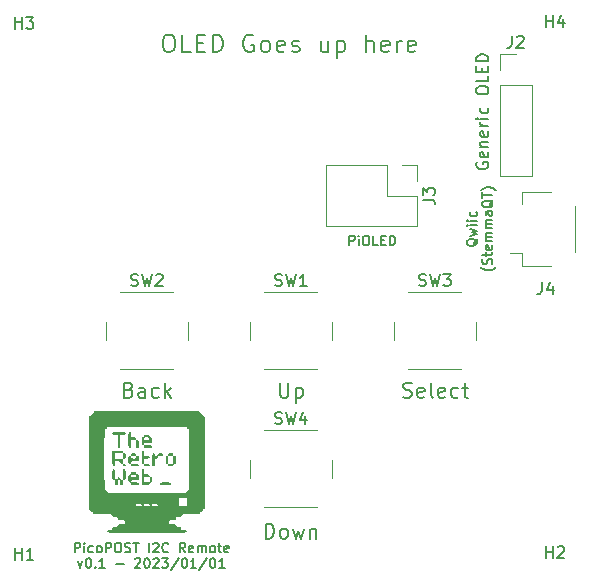
<source format=gbr>
%TF.GenerationSoftware,KiCad,Pcbnew,(6.0.5)*%
%TF.CreationDate,2023-01-02T12:27:37-06:00*%
%TF.ProjectId,remote,72656d6f-7465-42e6-9b69-6361645f7063,rev?*%
%TF.SameCoordinates,Original*%
%TF.FileFunction,Legend,Top*%
%TF.FilePolarity,Positive*%
%FSLAX46Y46*%
G04 Gerber Fmt 4.6, Leading zero omitted, Abs format (unit mm)*
G04 Created by KiCad (PCBNEW (6.0.5)) date 2023-01-02 12:27:37*
%MOMM*%
%LPD*%
G01*
G04 APERTURE LIST*
%ADD10C,0.152400*%
%ADD11C,0.200000*%
%ADD12C,0.150000*%
%ADD13C,0.300000*%
%ADD14C,0.120000*%
G04 APERTURE END LIST*
D10*
X130144761Y-57009695D02*
X130144761Y-56196895D01*
X130454400Y-56196895D01*
X130531809Y-56235600D01*
X130570514Y-56274304D01*
X130609219Y-56351714D01*
X130609219Y-56467828D01*
X130570514Y-56545238D01*
X130531809Y-56583942D01*
X130454400Y-56622647D01*
X130144761Y-56622647D01*
X130957561Y-57009695D02*
X130957561Y-56467828D01*
X130957561Y-56196895D02*
X130918857Y-56235600D01*
X130957561Y-56274304D01*
X130996266Y-56235600D01*
X130957561Y-56196895D01*
X130957561Y-56274304D01*
X131499428Y-56196895D02*
X131654247Y-56196895D01*
X131731657Y-56235600D01*
X131809066Y-56313009D01*
X131847771Y-56467828D01*
X131847771Y-56738761D01*
X131809066Y-56893580D01*
X131731657Y-56970990D01*
X131654247Y-57009695D01*
X131499428Y-57009695D01*
X131422019Y-56970990D01*
X131344609Y-56893580D01*
X131305904Y-56738761D01*
X131305904Y-56467828D01*
X131344609Y-56313009D01*
X131422019Y-56235600D01*
X131499428Y-56196895D01*
X132583161Y-57009695D02*
X132196114Y-57009695D01*
X132196114Y-56196895D01*
X132854095Y-56583942D02*
X133125028Y-56583942D01*
X133241142Y-57009695D02*
X132854095Y-57009695D01*
X132854095Y-56196895D01*
X133241142Y-56196895D01*
X133589485Y-57009695D02*
X133589485Y-56196895D01*
X133783009Y-56196895D01*
X133899123Y-56235600D01*
X133976533Y-56313009D01*
X134015238Y-56390419D01*
X134053942Y-56545238D01*
X134053942Y-56661352D01*
X134015238Y-56816171D01*
X133976533Y-56893580D01*
X133899123Y-56970990D01*
X133783009Y-57009695D01*
X133589485Y-57009695D01*
D11*
X114737857Y-39183571D02*
X115023571Y-39183571D01*
X115166428Y-39255000D01*
X115309285Y-39397857D01*
X115380714Y-39683571D01*
X115380714Y-40183571D01*
X115309285Y-40469285D01*
X115166428Y-40612142D01*
X115023571Y-40683571D01*
X114737857Y-40683571D01*
X114595000Y-40612142D01*
X114452142Y-40469285D01*
X114380714Y-40183571D01*
X114380714Y-39683571D01*
X114452142Y-39397857D01*
X114595000Y-39255000D01*
X114737857Y-39183571D01*
X116737857Y-40683571D02*
X116023571Y-40683571D01*
X116023571Y-39183571D01*
X117237857Y-39897857D02*
X117737857Y-39897857D01*
X117952142Y-40683571D02*
X117237857Y-40683571D01*
X117237857Y-39183571D01*
X117952142Y-39183571D01*
X118595000Y-40683571D02*
X118595000Y-39183571D01*
X118952142Y-39183571D01*
X119166428Y-39255000D01*
X119309285Y-39397857D01*
X119380714Y-39540714D01*
X119452142Y-39826428D01*
X119452142Y-40040714D01*
X119380714Y-40326428D01*
X119309285Y-40469285D01*
X119166428Y-40612142D01*
X118952142Y-40683571D01*
X118595000Y-40683571D01*
X122023571Y-39255000D02*
X121880714Y-39183571D01*
X121666428Y-39183571D01*
X121452142Y-39255000D01*
X121309285Y-39397857D01*
X121237857Y-39540714D01*
X121166428Y-39826428D01*
X121166428Y-40040714D01*
X121237857Y-40326428D01*
X121309285Y-40469285D01*
X121452142Y-40612142D01*
X121666428Y-40683571D01*
X121809285Y-40683571D01*
X122023571Y-40612142D01*
X122095000Y-40540714D01*
X122095000Y-40040714D01*
X121809285Y-40040714D01*
X122952142Y-40683571D02*
X122809285Y-40612142D01*
X122737857Y-40540714D01*
X122666428Y-40397857D01*
X122666428Y-39969285D01*
X122737857Y-39826428D01*
X122809285Y-39755000D01*
X122952142Y-39683571D01*
X123166428Y-39683571D01*
X123309285Y-39755000D01*
X123380714Y-39826428D01*
X123452142Y-39969285D01*
X123452142Y-40397857D01*
X123380714Y-40540714D01*
X123309285Y-40612142D01*
X123166428Y-40683571D01*
X122952142Y-40683571D01*
X124666428Y-40612142D02*
X124523571Y-40683571D01*
X124237857Y-40683571D01*
X124095000Y-40612142D01*
X124023571Y-40469285D01*
X124023571Y-39897857D01*
X124095000Y-39755000D01*
X124237857Y-39683571D01*
X124523571Y-39683571D01*
X124666428Y-39755000D01*
X124737857Y-39897857D01*
X124737857Y-40040714D01*
X124023571Y-40183571D01*
X125309285Y-40612142D02*
X125452142Y-40683571D01*
X125737857Y-40683571D01*
X125880714Y-40612142D01*
X125952142Y-40469285D01*
X125952142Y-40397857D01*
X125880714Y-40255000D01*
X125737857Y-40183571D01*
X125523571Y-40183571D01*
X125380714Y-40112142D01*
X125309285Y-39969285D01*
X125309285Y-39897857D01*
X125380714Y-39755000D01*
X125523571Y-39683571D01*
X125737857Y-39683571D01*
X125880714Y-39755000D01*
X128380714Y-39683571D02*
X128380714Y-40683571D01*
X127737857Y-39683571D02*
X127737857Y-40469285D01*
X127809285Y-40612142D01*
X127952142Y-40683571D01*
X128166428Y-40683571D01*
X128309285Y-40612142D01*
X128380714Y-40540714D01*
X129095000Y-39683571D02*
X129095000Y-41183571D01*
X129095000Y-39755000D02*
X129237857Y-39683571D01*
X129523571Y-39683571D01*
X129666428Y-39755000D01*
X129737857Y-39826428D01*
X129809285Y-39969285D01*
X129809285Y-40397857D01*
X129737857Y-40540714D01*
X129666428Y-40612142D01*
X129523571Y-40683571D01*
X129237857Y-40683571D01*
X129095000Y-40612142D01*
X131595000Y-40683571D02*
X131595000Y-39183571D01*
X132237857Y-40683571D02*
X132237857Y-39897857D01*
X132166428Y-39755000D01*
X132023571Y-39683571D01*
X131809285Y-39683571D01*
X131666428Y-39755000D01*
X131595000Y-39826428D01*
X133523571Y-40612142D02*
X133380714Y-40683571D01*
X133095000Y-40683571D01*
X132952142Y-40612142D01*
X132880714Y-40469285D01*
X132880714Y-39897857D01*
X132952142Y-39755000D01*
X133095000Y-39683571D01*
X133380714Y-39683571D01*
X133523571Y-39755000D01*
X133595000Y-39897857D01*
X133595000Y-40040714D01*
X132880714Y-40183571D01*
X134237857Y-40683571D02*
X134237857Y-39683571D01*
X134237857Y-39969285D02*
X134309285Y-39826428D01*
X134380714Y-39755000D01*
X134523571Y-39683571D01*
X134666428Y-39683571D01*
X135737857Y-40612142D02*
X135595000Y-40683571D01*
X135309285Y-40683571D01*
X135166428Y-40612142D01*
X135095000Y-40469285D01*
X135095000Y-39897857D01*
X135166428Y-39755000D01*
X135309285Y-39683571D01*
X135595000Y-39683571D01*
X135737857Y-39755000D01*
X135809285Y-39897857D01*
X135809285Y-40040714D01*
X135095000Y-40183571D01*
D12*
X140978000Y-50005714D02*
X140930380Y-50100952D01*
X140930380Y-50243809D01*
X140978000Y-50386666D01*
X141073238Y-50481904D01*
X141168476Y-50529523D01*
X141358952Y-50577142D01*
X141501809Y-50577142D01*
X141692285Y-50529523D01*
X141787523Y-50481904D01*
X141882761Y-50386666D01*
X141930380Y-50243809D01*
X141930380Y-50148571D01*
X141882761Y-50005714D01*
X141835142Y-49958095D01*
X141501809Y-49958095D01*
X141501809Y-50148571D01*
X141882761Y-49148571D02*
X141930380Y-49243809D01*
X141930380Y-49434285D01*
X141882761Y-49529523D01*
X141787523Y-49577142D01*
X141406571Y-49577142D01*
X141311333Y-49529523D01*
X141263714Y-49434285D01*
X141263714Y-49243809D01*
X141311333Y-49148571D01*
X141406571Y-49100952D01*
X141501809Y-49100952D01*
X141597047Y-49577142D01*
X141263714Y-48672380D02*
X141930380Y-48672380D01*
X141358952Y-48672380D02*
X141311333Y-48624761D01*
X141263714Y-48529523D01*
X141263714Y-48386666D01*
X141311333Y-48291428D01*
X141406571Y-48243809D01*
X141930380Y-48243809D01*
X141882761Y-47386666D02*
X141930380Y-47481904D01*
X141930380Y-47672380D01*
X141882761Y-47767619D01*
X141787523Y-47815238D01*
X141406571Y-47815238D01*
X141311333Y-47767619D01*
X141263714Y-47672380D01*
X141263714Y-47481904D01*
X141311333Y-47386666D01*
X141406571Y-47339047D01*
X141501809Y-47339047D01*
X141597047Y-47815238D01*
X141930380Y-46910476D02*
X141263714Y-46910476D01*
X141454190Y-46910476D02*
X141358952Y-46862857D01*
X141311333Y-46815238D01*
X141263714Y-46720000D01*
X141263714Y-46624761D01*
X141930380Y-46291428D02*
X141263714Y-46291428D01*
X140930380Y-46291428D02*
X140978000Y-46339047D01*
X141025619Y-46291428D01*
X140978000Y-46243809D01*
X140930380Y-46291428D01*
X141025619Y-46291428D01*
X141882761Y-45386666D02*
X141930380Y-45481904D01*
X141930380Y-45672380D01*
X141882761Y-45767619D01*
X141835142Y-45815238D01*
X141739904Y-45862857D01*
X141454190Y-45862857D01*
X141358952Y-45815238D01*
X141311333Y-45767619D01*
X141263714Y-45672380D01*
X141263714Y-45481904D01*
X141311333Y-45386666D01*
X140930380Y-44005714D02*
X140930380Y-43815238D01*
X140978000Y-43720000D01*
X141073238Y-43624761D01*
X141263714Y-43577142D01*
X141597047Y-43577142D01*
X141787523Y-43624761D01*
X141882761Y-43720000D01*
X141930380Y-43815238D01*
X141930380Y-44005714D01*
X141882761Y-44100952D01*
X141787523Y-44196190D01*
X141597047Y-44243809D01*
X141263714Y-44243809D01*
X141073238Y-44196190D01*
X140978000Y-44100952D01*
X140930380Y-44005714D01*
X141930380Y-42672380D02*
X141930380Y-43148571D01*
X140930380Y-43148571D01*
X141406571Y-42339047D02*
X141406571Y-42005714D01*
X141930380Y-41862857D02*
X141930380Y-42339047D01*
X140930380Y-42339047D01*
X140930380Y-41862857D01*
X141930380Y-41434285D02*
X140930380Y-41434285D01*
X140930380Y-41196190D01*
X140978000Y-41053333D01*
X141073238Y-40958095D01*
X141168476Y-40910476D01*
X141358952Y-40862857D01*
X141501809Y-40862857D01*
X141692285Y-40910476D01*
X141787523Y-40958095D01*
X141882761Y-41053333D01*
X141930380Y-41196190D01*
X141930380Y-41434285D01*
D11*
X111487857Y-69251285D02*
X111669285Y-69311761D01*
X111729761Y-69372238D01*
X111790238Y-69493190D01*
X111790238Y-69674619D01*
X111729761Y-69795571D01*
X111669285Y-69856047D01*
X111548333Y-69916523D01*
X111064523Y-69916523D01*
X111064523Y-68646523D01*
X111487857Y-68646523D01*
X111608809Y-68707000D01*
X111669285Y-68767476D01*
X111729761Y-68888428D01*
X111729761Y-69009380D01*
X111669285Y-69130333D01*
X111608809Y-69190809D01*
X111487857Y-69251285D01*
X111064523Y-69251285D01*
X112878809Y-69916523D02*
X112878809Y-69251285D01*
X112818333Y-69130333D01*
X112697380Y-69069857D01*
X112455476Y-69069857D01*
X112334523Y-69130333D01*
X112878809Y-69856047D02*
X112757857Y-69916523D01*
X112455476Y-69916523D01*
X112334523Y-69856047D01*
X112274047Y-69735095D01*
X112274047Y-69614142D01*
X112334523Y-69493190D01*
X112455476Y-69432714D01*
X112757857Y-69432714D01*
X112878809Y-69372238D01*
X114027857Y-69856047D02*
X113906904Y-69916523D01*
X113665000Y-69916523D01*
X113544047Y-69856047D01*
X113483571Y-69795571D01*
X113423095Y-69674619D01*
X113423095Y-69311761D01*
X113483571Y-69190809D01*
X113544047Y-69130333D01*
X113665000Y-69069857D01*
X113906904Y-69069857D01*
X114027857Y-69130333D01*
X114572142Y-69916523D02*
X114572142Y-68646523D01*
X114693095Y-69432714D02*
X115055952Y-69916523D01*
X115055952Y-69069857D02*
X114572142Y-69553666D01*
D10*
X106908600Y-83025391D02*
X106908600Y-82212591D01*
X107218238Y-82212591D01*
X107295647Y-82251296D01*
X107334352Y-82290000D01*
X107373057Y-82367410D01*
X107373057Y-82483524D01*
X107334352Y-82560934D01*
X107295647Y-82599638D01*
X107218238Y-82638343D01*
X106908600Y-82638343D01*
X107721400Y-83025391D02*
X107721400Y-82483524D01*
X107721400Y-82212591D02*
X107682695Y-82251296D01*
X107721400Y-82290000D01*
X107760104Y-82251296D01*
X107721400Y-82212591D01*
X107721400Y-82290000D01*
X108456790Y-82986686D02*
X108379380Y-83025391D01*
X108224561Y-83025391D01*
X108147152Y-82986686D01*
X108108447Y-82947981D01*
X108069742Y-82870572D01*
X108069742Y-82638343D01*
X108108447Y-82560934D01*
X108147152Y-82522229D01*
X108224561Y-82483524D01*
X108379380Y-82483524D01*
X108456790Y-82522229D01*
X108921247Y-83025391D02*
X108843838Y-82986686D01*
X108805133Y-82947981D01*
X108766428Y-82870572D01*
X108766428Y-82638343D01*
X108805133Y-82560934D01*
X108843838Y-82522229D01*
X108921247Y-82483524D01*
X109037361Y-82483524D01*
X109114771Y-82522229D01*
X109153476Y-82560934D01*
X109192180Y-82638343D01*
X109192180Y-82870572D01*
X109153476Y-82947981D01*
X109114771Y-82986686D01*
X109037361Y-83025391D01*
X108921247Y-83025391D01*
X109540523Y-83025391D02*
X109540523Y-82212591D01*
X109850161Y-82212591D01*
X109927571Y-82251296D01*
X109966276Y-82290000D01*
X110004980Y-82367410D01*
X110004980Y-82483524D01*
X109966276Y-82560934D01*
X109927571Y-82599638D01*
X109850161Y-82638343D01*
X109540523Y-82638343D01*
X110508142Y-82212591D02*
X110662961Y-82212591D01*
X110740371Y-82251296D01*
X110817780Y-82328705D01*
X110856485Y-82483524D01*
X110856485Y-82754457D01*
X110817780Y-82909276D01*
X110740371Y-82986686D01*
X110662961Y-83025391D01*
X110508142Y-83025391D01*
X110430733Y-82986686D01*
X110353323Y-82909276D01*
X110314619Y-82754457D01*
X110314619Y-82483524D01*
X110353323Y-82328705D01*
X110430733Y-82251296D01*
X110508142Y-82212591D01*
X111166123Y-82986686D02*
X111282238Y-83025391D01*
X111475761Y-83025391D01*
X111553171Y-82986686D01*
X111591876Y-82947981D01*
X111630580Y-82870572D01*
X111630580Y-82793162D01*
X111591876Y-82715753D01*
X111553171Y-82677048D01*
X111475761Y-82638343D01*
X111320942Y-82599638D01*
X111243533Y-82560934D01*
X111204828Y-82522229D01*
X111166123Y-82444819D01*
X111166123Y-82367410D01*
X111204828Y-82290000D01*
X111243533Y-82251296D01*
X111320942Y-82212591D01*
X111514466Y-82212591D01*
X111630580Y-82251296D01*
X111862809Y-82212591D02*
X112327266Y-82212591D01*
X112095038Y-83025391D02*
X112095038Y-82212591D01*
X113217476Y-83025391D02*
X113217476Y-82212591D01*
X113565819Y-82290000D02*
X113604523Y-82251296D01*
X113681933Y-82212591D01*
X113875457Y-82212591D01*
X113952866Y-82251296D01*
X113991571Y-82290000D01*
X114030276Y-82367410D01*
X114030276Y-82444819D01*
X113991571Y-82560934D01*
X113527114Y-83025391D01*
X114030276Y-83025391D01*
X114843076Y-82947981D02*
X114804371Y-82986686D01*
X114688257Y-83025391D01*
X114610847Y-83025391D01*
X114494733Y-82986686D01*
X114417323Y-82909276D01*
X114378619Y-82831867D01*
X114339914Y-82677048D01*
X114339914Y-82560934D01*
X114378619Y-82406115D01*
X114417323Y-82328705D01*
X114494733Y-82251296D01*
X114610847Y-82212591D01*
X114688257Y-82212591D01*
X114804371Y-82251296D01*
X114843076Y-82290000D01*
X116275152Y-83025391D02*
X116004219Y-82638343D01*
X115810695Y-83025391D02*
X115810695Y-82212591D01*
X116120333Y-82212591D01*
X116197742Y-82251296D01*
X116236447Y-82290000D01*
X116275152Y-82367410D01*
X116275152Y-82483524D01*
X116236447Y-82560934D01*
X116197742Y-82599638D01*
X116120333Y-82638343D01*
X115810695Y-82638343D01*
X116933133Y-82986686D02*
X116855723Y-83025391D01*
X116700904Y-83025391D01*
X116623495Y-82986686D01*
X116584790Y-82909276D01*
X116584790Y-82599638D01*
X116623495Y-82522229D01*
X116700904Y-82483524D01*
X116855723Y-82483524D01*
X116933133Y-82522229D01*
X116971838Y-82599638D01*
X116971838Y-82677048D01*
X116584790Y-82754457D01*
X117320180Y-83025391D02*
X117320180Y-82483524D01*
X117320180Y-82560934D02*
X117358885Y-82522229D01*
X117436295Y-82483524D01*
X117552409Y-82483524D01*
X117629819Y-82522229D01*
X117668523Y-82599638D01*
X117668523Y-83025391D01*
X117668523Y-82599638D02*
X117707228Y-82522229D01*
X117784638Y-82483524D01*
X117900752Y-82483524D01*
X117978161Y-82522229D01*
X118016866Y-82599638D01*
X118016866Y-83025391D01*
X118520028Y-83025391D02*
X118442619Y-82986686D01*
X118403914Y-82947981D01*
X118365209Y-82870572D01*
X118365209Y-82638343D01*
X118403914Y-82560934D01*
X118442619Y-82522229D01*
X118520028Y-82483524D01*
X118636142Y-82483524D01*
X118713552Y-82522229D01*
X118752257Y-82560934D01*
X118790961Y-82638343D01*
X118790961Y-82870572D01*
X118752257Y-82947981D01*
X118713552Y-82986686D01*
X118636142Y-83025391D01*
X118520028Y-83025391D01*
X119023190Y-82483524D02*
X119332828Y-82483524D01*
X119139304Y-82212591D02*
X119139304Y-82909276D01*
X119178009Y-82986686D01*
X119255419Y-83025391D01*
X119332828Y-83025391D01*
X119913400Y-82986686D02*
X119835990Y-83025391D01*
X119681171Y-83025391D01*
X119603761Y-82986686D01*
X119565057Y-82909276D01*
X119565057Y-82599638D01*
X119603761Y-82522229D01*
X119681171Y-82483524D01*
X119835990Y-82483524D01*
X119913400Y-82522229D01*
X119952104Y-82599638D01*
X119952104Y-82677048D01*
X119565057Y-82754457D01*
X107179533Y-83792132D02*
X107373057Y-84333999D01*
X107566580Y-83792132D01*
X108031038Y-83521199D02*
X108108447Y-83521199D01*
X108185857Y-83559904D01*
X108224561Y-83598608D01*
X108263266Y-83676018D01*
X108301971Y-83830837D01*
X108301971Y-84024361D01*
X108263266Y-84179180D01*
X108224561Y-84256589D01*
X108185857Y-84295294D01*
X108108447Y-84333999D01*
X108031038Y-84333999D01*
X107953628Y-84295294D01*
X107914923Y-84256589D01*
X107876219Y-84179180D01*
X107837514Y-84024361D01*
X107837514Y-83830837D01*
X107876219Y-83676018D01*
X107914923Y-83598608D01*
X107953628Y-83559904D01*
X108031038Y-83521199D01*
X108650314Y-84256589D02*
X108689019Y-84295294D01*
X108650314Y-84333999D01*
X108611609Y-84295294D01*
X108650314Y-84256589D01*
X108650314Y-84333999D01*
X109463114Y-84333999D02*
X108998657Y-84333999D01*
X109230885Y-84333999D02*
X109230885Y-83521199D01*
X109153476Y-83637313D01*
X109076066Y-83714723D01*
X108998657Y-83753427D01*
X110430733Y-84024361D02*
X111050009Y-84024361D01*
X112017628Y-83598608D02*
X112056333Y-83559904D01*
X112133742Y-83521199D01*
X112327266Y-83521199D01*
X112404676Y-83559904D01*
X112443380Y-83598608D01*
X112482085Y-83676018D01*
X112482085Y-83753427D01*
X112443380Y-83869542D01*
X111978923Y-84333999D01*
X112482085Y-84333999D01*
X112985247Y-83521199D02*
X113062657Y-83521199D01*
X113140066Y-83559904D01*
X113178771Y-83598608D01*
X113217476Y-83676018D01*
X113256180Y-83830837D01*
X113256180Y-84024361D01*
X113217476Y-84179180D01*
X113178771Y-84256589D01*
X113140066Y-84295294D01*
X113062657Y-84333999D01*
X112985247Y-84333999D01*
X112907838Y-84295294D01*
X112869133Y-84256589D01*
X112830428Y-84179180D01*
X112791723Y-84024361D01*
X112791723Y-83830837D01*
X112830428Y-83676018D01*
X112869133Y-83598608D01*
X112907838Y-83559904D01*
X112985247Y-83521199D01*
X113565819Y-83598608D02*
X113604523Y-83559904D01*
X113681933Y-83521199D01*
X113875457Y-83521199D01*
X113952866Y-83559904D01*
X113991571Y-83598608D01*
X114030276Y-83676018D01*
X114030276Y-83753427D01*
X113991571Y-83869542D01*
X113527114Y-84333999D01*
X114030276Y-84333999D01*
X114301209Y-83521199D02*
X114804371Y-83521199D01*
X114533438Y-83830837D01*
X114649552Y-83830837D01*
X114726961Y-83869542D01*
X114765666Y-83908246D01*
X114804371Y-83985656D01*
X114804371Y-84179180D01*
X114765666Y-84256589D01*
X114726961Y-84295294D01*
X114649552Y-84333999D01*
X114417323Y-84333999D01*
X114339914Y-84295294D01*
X114301209Y-84256589D01*
X115733285Y-83482494D02*
X115036600Y-84527523D01*
X116159038Y-83521199D02*
X116236447Y-83521199D01*
X116313857Y-83559904D01*
X116352561Y-83598608D01*
X116391266Y-83676018D01*
X116429971Y-83830837D01*
X116429971Y-84024361D01*
X116391266Y-84179180D01*
X116352561Y-84256589D01*
X116313857Y-84295294D01*
X116236447Y-84333999D01*
X116159038Y-84333999D01*
X116081628Y-84295294D01*
X116042923Y-84256589D01*
X116004219Y-84179180D01*
X115965514Y-84024361D01*
X115965514Y-83830837D01*
X116004219Y-83676018D01*
X116042923Y-83598608D01*
X116081628Y-83559904D01*
X116159038Y-83521199D01*
X117204066Y-84333999D02*
X116739609Y-84333999D01*
X116971838Y-84333999D02*
X116971838Y-83521199D01*
X116894428Y-83637313D01*
X116817019Y-83714723D01*
X116739609Y-83753427D01*
X118132980Y-83482494D02*
X117436295Y-84527523D01*
X118558733Y-83521199D02*
X118636142Y-83521199D01*
X118713552Y-83559904D01*
X118752257Y-83598608D01*
X118790961Y-83676018D01*
X118829666Y-83830837D01*
X118829666Y-84024361D01*
X118790961Y-84179180D01*
X118752257Y-84256589D01*
X118713552Y-84295294D01*
X118636142Y-84333999D01*
X118558733Y-84333999D01*
X118481323Y-84295294D01*
X118442619Y-84256589D01*
X118403914Y-84179180D01*
X118365209Y-84024361D01*
X118365209Y-83830837D01*
X118403914Y-83676018D01*
X118442619Y-83598608D01*
X118481323Y-83559904D01*
X118558733Y-83521199D01*
X119603761Y-84333999D02*
X119139304Y-84333999D01*
X119371533Y-84333999D02*
X119371533Y-83521199D01*
X119294123Y-83637313D01*
X119216714Y-83714723D01*
X119139304Y-83753427D01*
D11*
X124284619Y-68646523D02*
X124284619Y-69674619D01*
X124345095Y-69795571D01*
X124405571Y-69856047D01*
X124526523Y-69916523D01*
X124768428Y-69916523D01*
X124889380Y-69856047D01*
X124949857Y-69795571D01*
X125010333Y-69674619D01*
X125010333Y-68646523D01*
X125615095Y-69069857D02*
X125615095Y-70339857D01*
X125615095Y-69130333D02*
X125736047Y-69069857D01*
X125977952Y-69069857D01*
X126098904Y-69130333D01*
X126159380Y-69190809D01*
X126219857Y-69311761D01*
X126219857Y-69674619D01*
X126159380Y-69795571D01*
X126098904Y-69856047D01*
X125977952Y-69916523D01*
X125736047Y-69916523D01*
X125615095Y-69856047D01*
D10*
X141014800Y-56477504D02*
X140976096Y-56554914D01*
X140898686Y-56632323D01*
X140782572Y-56748438D01*
X140743867Y-56825847D01*
X140743867Y-56903257D01*
X140937391Y-56864552D02*
X140898686Y-56941961D01*
X140821276Y-57019371D01*
X140666457Y-57058076D01*
X140395524Y-57058076D01*
X140240705Y-57019371D01*
X140163296Y-56941961D01*
X140124591Y-56864552D01*
X140124591Y-56709733D01*
X140163296Y-56632323D01*
X140240705Y-56554914D01*
X140395524Y-56516209D01*
X140666457Y-56516209D01*
X140821276Y-56554914D01*
X140898686Y-56632323D01*
X140937391Y-56709733D01*
X140937391Y-56864552D01*
X140395524Y-56245276D02*
X140937391Y-56090457D01*
X140550343Y-55935638D01*
X140937391Y-55780819D01*
X140395524Y-55626000D01*
X140937391Y-55316361D02*
X140395524Y-55316361D01*
X140124591Y-55316361D02*
X140163296Y-55355066D01*
X140202000Y-55316361D01*
X140163296Y-55277657D01*
X140124591Y-55316361D01*
X140202000Y-55316361D01*
X140937391Y-54929314D02*
X140395524Y-54929314D01*
X140124591Y-54929314D02*
X140163296Y-54968019D01*
X140202000Y-54929314D01*
X140163296Y-54890609D01*
X140124591Y-54929314D01*
X140202000Y-54929314D01*
X140898686Y-54193923D02*
X140937391Y-54271333D01*
X140937391Y-54426152D01*
X140898686Y-54503561D01*
X140859981Y-54542266D01*
X140782572Y-54580971D01*
X140550343Y-54580971D01*
X140472934Y-54542266D01*
X140434229Y-54503561D01*
X140395524Y-54426152D01*
X140395524Y-54271333D01*
X140434229Y-54193923D01*
X142555637Y-58896552D02*
X142516932Y-58935257D01*
X142400818Y-59012666D01*
X142323408Y-59051371D01*
X142207294Y-59090076D01*
X142013770Y-59128780D01*
X141858951Y-59128780D01*
X141665427Y-59090076D01*
X141549313Y-59051371D01*
X141471904Y-59012666D01*
X141355789Y-58935257D01*
X141317084Y-58896552D01*
X142207294Y-58625619D02*
X142245999Y-58509504D01*
X142245999Y-58315980D01*
X142207294Y-58238571D01*
X142168589Y-58199866D01*
X142091180Y-58161161D01*
X142013770Y-58161161D01*
X141936361Y-58199866D01*
X141897656Y-58238571D01*
X141858951Y-58315980D01*
X141820246Y-58470800D01*
X141781542Y-58548209D01*
X141742837Y-58586914D01*
X141665427Y-58625619D01*
X141588018Y-58625619D01*
X141510608Y-58586914D01*
X141471904Y-58548209D01*
X141433199Y-58470800D01*
X141433199Y-58277276D01*
X141471904Y-58161161D01*
X141704132Y-57928933D02*
X141704132Y-57619295D01*
X141433199Y-57812819D02*
X142129884Y-57812819D01*
X142207294Y-57774114D01*
X142245999Y-57696704D01*
X142245999Y-57619295D01*
X142207294Y-57038723D02*
X142245999Y-57116133D01*
X142245999Y-57270952D01*
X142207294Y-57348361D01*
X142129884Y-57387066D01*
X141820246Y-57387066D01*
X141742837Y-57348361D01*
X141704132Y-57270952D01*
X141704132Y-57116133D01*
X141742837Y-57038723D01*
X141820246Y-57000019D01*
X141897656Y-57000019D01*
X141975065Y-57387066D01*
X142245999Y-56651676D02*
X141704132Y-56651676D01*
X141781542Y-56651676D02*
X141742837Y-56612971D01*
X141704132Y-56535561D01*
X141704132Y-56419447D01*
X141742837Y-56342038D01*
X141820246Y-56303333D01*
X142245999Y-56303333D01*
X141820246Y-56303333D02*
X141742837Y-56264628D01*
X141704132Y-56187219D01*
X141704132Y-56071104D01*
X141742837Y-55993695D01*
X141820246Y-55954990D01*
X142245999Y-55954990D01*
X142245999Y-55567942D02*
X141704132Y-55567942D01*
X141781542Y-55567942D02*
X141742837Y-55529238D01*
X141704132Y-55451828D01*
X141704132Y-55335714D01*
X141742837Y-55258304D01*
X141820246Y-55219600D01*
X142245999Y-55219600D01*
X141820246Y-55219600D02*
X141742837Y-55180895D01*
X141704132Y-55103485D01*
X141704132Y-54987371D01*
X141742837Y-54909961D01*
X141820246Y-54871257D01*
X142245999Y-54871257D01*
X142245999Y-54135866D02*
X141820246Y-54135866D01*
X141742837Y-54174571D01*
X141704132Y-54251980D01*
X141704132Y-54406800D01*
X141742837Y-54484209D01*
X142207294Y-54135866D02*
X142245999Y-54213276D01*
X142245999Y-54406800D01*
X142207294Y-54484209D01*
X142129884Y-54522914D01*
X142052475Y-54522914D01*
X141975065Y-54484209D01*
X141936361Y-54406800D01*
X141936361Y-54213276D01*
X141897656Y-54135866D01*
X142323408Y-53206952D02*
X142284704Y-53284361D01*
X142207294Y-53361771D01*
X142091180Y-53477885D01*
X142052475Y-53555295D01*
X142052475Y-53632704D01*
X142245999Y-53594000D02*
X142207294Y-53671409D01*
X142129884Y-53748819D01*
X141975065Y-53787523D01*
X141704132Y-53787523D01*
X141549313Y-53748819D01*
X141471904Y-53671409D01*
X141433199Y-53594000D01*
X141433199Y-53439180D01*
X141471904Y-53361771D01*
X141549313Y-53284361D01*
X141704132Y-53245657D01*
X141975065Y-53245657D01*
X142129884Y-53284361D01*
X142207294Y-53361771D01*
X142245999Y-53439180D01*
X142245999Y-53594000D01*
X141433199Y-53013428D02*
X141433199Y-52548971D01*
X142245999Y-52781200D02*
X141433199Y-52781200D01*
X142555637Y-52355447D02*
X142516932Y-52316742D01*
X142400818Y-52239333D01*
X142323408Y-52200628D01*
X142207294Y-52161923D01*
X142013770Y-52123219D01*
X141858951Y-52123219D01*
X141665427Y-52161923D01*
X141549313Y-52200628D01*
X141471904Y-52239333D01*
X141355789Y-52316742D01*
X141317084Y-52355447D01*
D11*
X134722809Y-69856047D02*
X134904238Y-69916523D01*
X135206619Y-69916523D01*
X135327571Y-69856047D01*
X135388047Y-69795571D01*
X135448523Y-69674619D01*
X135448523Y-69553666D01*
X135388047Y-69432714D01*
X135327571Y-69372238D01*
X135206619Y-69311761D01*
X134964714Y-69251285D01*
X134843761Y-69190809D01*
X134783285Y-69130333D01*
X134722809Y-69009380D01*
X134722809Y-68888428D01*
X134783285Y-68767476D01*
X134843761Y-68707000D01*
X134964714Y-68646523D01*
X135267095Y-68646523D01*
X135448523Y-68707000D01*
X136476619Y-69856047D02*
X136355666Y-69916523D01*
X136113761Y-69916523D01*
X135992809Y-69856047D01*
X135932333Y-69735095D01*
X135932333Y-69251285D01*
X135992809Y-69130333D01*
X136113761Y-69069857D01*
X136355666Y-69069857D01*
X136476619Y-69130333D01*
X136537095Y-69251285D01*
X136537095Y-69372238D01*
X135932333Y-69493190D01*
X137262809Y-69916523D02*
X137141857Y-69856047D01*
X137081380Y-69735095D01*
X137081380Y-68646523D01*
X138230428Y-69856047D02*
X138109476Y-69916523D01*
X137867571Y-69916523D01*
X137746619Y-69856047D01*
X137686142Y-69735095D01*
X137686142Y-69251285D01*
X137746619Y-69130333D01*
X137867571Y-69069857D01*
X138109476Y-69069857D01*
X138230428Y-69130333D01*
X138290904Y-69251285D01*
X138290904Y-69372238D01*
X137686142Y-69493190D01*
X139379476Y-69856047D02*
X139258523Y-69916523D01*
X139016619Y-69916523D01*
X138895666Y-69856047D01*
X138835190Y-69795571D01*
X138774714Y-69674619D01*
X138774714Y-69311761D01*
X138835190Y-69190809D01*
X138895666Y-69130333D01*
X139016619Y-69069857D01*
X139258523Y-69069857D01*
X139379476Y-69130333D01*
X139742333Y-69069857D02*
X140226142Y-69069857D01*
X139923761Y-68646523D02*
X139923761Y-69735095D01*
X139984238Y-69856047D01*
X140105190Y-69916523D01*
X140226142Y-69916523D01*
X123075095Y-81854523D02*
X123075095Y-80584523D01*
X123377476Y-80584523D01*
X123558904Y-80645000D01*
X123679857Y-80765952D01*
X123740333Y-80886904D01*
X123800809Y-81128809D01*
X123800809Y-81310238D01*
X123740333Y-81552142D01*
X123679857Y-81673095D01*
X123558904Y-81794047D01*
X123377476Y-81854523D01*
X123075095Y-81854523D01*
X124526523Y-81854523D02*
X124405571Y-81794047D01*
X124345095Y-81733571D01*
X124284619Y-81612619D01*
X124284619Y-81249761D01*
X124345095Y-81128809D01*
X124405571Y-81068333D01*
X124526523Y-81007857D01*
X124707952Y-81007857D01*
X124828904Y-81068333D01*
X124889380Y-81128809D01*
X124949857Y-81249761D01*
X124949857Y-81612619D01*
X124889380Y-81733571D01*
X124828904Y-81794047D01*
X124707952Y-81854523D01*
X124526523Y-81854523D01*
X125373190Y-81007857D02*
X125615095Y-81854523D01*
X125857000Y-81249761D01*
X126098904Y-81854523D01*
X126340809Y-81007857D01*
X126824619Y-81007857D02*
X126824619Y-81854523D01*
X126824619Y-81128809D02*
X126885095Y-81068333D01*
X127006047Y-81007857D01*
X127187476Y-81007857D01*
X127308428Y-81068333D01*
X127368904Y-81189285D01*
X127368904Y-81854523D01*
D12*
%TO.C,H3*%
X101854095Y-38679380D02*
X101854095Y-37679380D01*
X101854095Y-38155571D02*
X102425523Y-38155571D01*
X102425523Y-38679380D02*
X102425523Y-37679380D01*
X102806476Y-37679380D02*
X103425523Y-37679380D01*
X103092190Y-38060333D01*
X103235047Y-38060333D01*
X103330285Y-38107952D01*
X103377904Y-38155571D01*
X103425523Y-38250809D01*
X103425523Y-38488904D01*
X103377904Y-38584142D01*
X103330285Y-38631761D01*
X103235047Y-38679380D01*
X102949333Y-38679380D01*
X102854095Y-38631761D01*
X102806476Y-38584142D01*
%TO.C,SW3*%
X136075666Y-60416761D02*
X136218523Y-60464380D01*
X136456619Y-60464380D01*
X136551857Y-60416761D01*
X136599476Y-60369142D01*
X136647095Y-60273904D01*
X136647095Y-60178666D01*
X136599476Y-60083428D01*
X136551857Y-60035809D01*
X136456619Y-59988190D01*
X136266142Y-59940571D01*
X136170904Y-59892952D01*
X136123285Y-59845333D01*
X136075666Y-59750095D01*
X136075666Y-59654857D01*
X136123285Y-59559619D01*
X136170904Y-59512000D01*
X136266142Y-59464380D01*
X136504238Y-59464380D01*
X136647095Y-59512000D01*
X136980428Y-59464380D02*
X137218523Y-60464380D01*
X137409000Y-59750095D01*
X137599476Y-60464380D01*
X137837571Y-59464380D01*
X138123285Y-59464380D02*
X138742333Y-59464380D01*
X138409000Y-59845333D01*
X138551857Y-59845333D01*
X138647095Y-59892952D01*
X138694714Y-59940571D01*
X138742333Y-60035809D01*
X138742333Y-60273904D01*
X138694714Y-60369142D01*
X138647095Y-60416761D01*
X138551857Y-60464380D01*
X138266142Y-60464380D01*
X138170904Y-60416761D01*
X138123285Y-60369142D01*
%TO.C,SW4*%
X123883666Y-72100761D02*
X124026523Y-72148380D01*
X124264619Y-72148380D01*
X124359857Y-72100761D01*
X124407476Y-72053142D01*
X124455095Y-71957904D01*
X124455095Y-71862666D01*
X124407476Y-71767428D01*
X124359857Y-71719809D01*
X124264619Y-71672190D01*
X124074142Y-71624571D01*
X123978904Y-71576952D01*
X123931285Y-71529333D01*
X123883666Y-71434095D01*
X123883666Y-71338857D01*
X123931285Y-71243619D01*
X123978904Y-71196000D01*
X124074142Y-71148380D01*
X124312238Y-71148380D01*
X124455095Y-71196000D01*
X124788428Y-71148380D02*
X125026523Y-72148380D01*
X125217000Y-71434095D01*
X125407476Y-72148380D01*
X125645571Y-71148380D01*
X126455095Y-71481714D02*
X126455095Y-72148380D01*
X126217000Y-71100761D02*
X125978904Y-71815047D01*
X126597952Y-71815047D01*
%TO.C,H1*%
X101854095Y-83637380D02*
X101854095Y-82637380D01*
X101854095Y-83113571D02*
X102425523Y-83113571D01*
X102425523Y-83637380D02*
X102425523Y-82637380D01*
X103425523Y-83637380D02*
X102854095Y-83637380D01*
X103139809Y-83637380D02*
X103139809Y-82637380D01*
X103044571Y-82780238D01*
X102949333Y-82875476D01*
X102854095Y-82923095D01*
%TO.C,J4*%
X146478666Y-60158380D02*
X146478666Y-60872666D01*
X146431047Y-61015523D01*
X146335809Y-61110761D01*
X146192952Y-61158380D01*
X146097714Y-61158380D01*
X147383428Y-60491714D02*
X147383428Y-61158380D01*
X147145333Y-60110761D02*
X146907238Y-60825047D01*
X147526285Y-60825047D01*
%TO.C,H2*%
X146812095Y-83510380D02*
X146812095Y-82510380D01*
X146812095Y-82986571D02*
X147383523Y-82986571D01*
X147383523Y-83510380D02*
X147383523Y-82510380D01*
X147812095Y-82605619D02*
X147859714Y-82558000D01*
X147954952Y-82510380D01*
X148193047Y-82510380D01*
X148288285Y-82558000D01*
X148335904Y-82605619D01*
X148383523Y-82700857D01*
X148383523Y-82796095D01*
X148335904Y-82938952D01*
X147764476Y-83510380D01*
X148383523Y-83510380D01*
%TO.C,SW2*%
X111696666Y-60416761D02*
X111839523Y-60464380D01*
X112077619Y-60464380D01*
X112172857Y-60416761D01*
X112220476Y-60369142D01*
X112268095Y-60273904D01*
X112268095Y-60178666D01*
X112220476Y-60083428D01*
X112172857Y-60035809D01*
X112077619Y-59988190D01*
X111887142Y-59940571D01*
X111791904Y-59892952D01*
X111744285Y-59845333D01*
X111696666Y-59750095D01*
X111696666Y-59654857D01*
X111744285Y-59559619D01*
X111791904Y-59512000D01*
X111887142Y-59464380D01*
X112125238Y-59464380D01*
X112268095Y-59512000D01*
X112601428Y-59464380D02*
X112839523Y-60464380D01*
X113030000Y-59750095D01*
X113220476Y-60464380D01*
X113458571Y-59464380D01*
X113791904Y-59559619D02*
X113839523Y-59512000D01*
X113934761Y-59464380D01*
X114172857Y-59464380D01*
X114268095Y-59512000D01*
X114315714Y-59559619D01*
X114363333Y-59654857D01*
X114363333Y-59750095D01*
X114315714Y-59892952D01*
X113744285Y-60464380D01*
X114363333Y-60464380D01*
%TO.C,SW1*%
X123883666Y-60416761D02*
X124026523Y-60464380D01*
X124264619Y-60464380D01*
X124359857Y-60416761D01*
X124407476Y-60369142D01*
X124455095Y-60273904D01*
X124455095Y-60178666D01*
X124407476Y-60083428D01*
X124359857Y-60035809D01*
X124264619Y-59988190D01*
X124074142Y-59940571D01*
X123978904Y-59892952D01*
X123931285Y-59845333D01*
X123883666Y-59750095D01*
X123883666Y-59654857D01*
X123931285Y-59559619D01*
X123978904Y-59512000D01*
X124074142Y-59464380D01*
X124312238Y-59464380D01*
X124455095Y-59512000D01*
X124788428Y-59464380D02*
X125026523Y-60464380D01*
X125217000Y-59750095D01*
X125407476Y-60464380D01*
X125645571Y-59464380D01*
X126550333Y-60464380D02*
X125978904Y-60464380D01*
X126264619Y-60464380D02*
X126264619Y-59464380D01*
X126169380Y-59607238D01*
X126074142Y-59702476D01*
X125978904Y-59750095D01*
%TO.C,J3*%
X136387380Y-53160333D02*
X137101666Y-53160333D01*
X137244523Y-53207952D01*
X137339761Y-53303190D01*
X137387380Y-53446047D01*
X137387380Y-53541285D01*
X136387380Y-52779380D02*
X136387380Y-52160333D01*
X136768333Y-52493666D01*
X136768333Y-52350809D01*
X136815952Y-52255571D01*
X136863571Y-52207952D01*
X136958809Y-52160333D01*
X137196904Y-52160333D01*
X137292142Y-52207952D01*
X137339761Y-52255571D01*
X137387380Y-52350809D01*
X137387380Y-52636523D01*
X137339761Y-52731761D01*
X137292142Y-52779380D01*
%TO.C,H4*%
X146812095Y-38552380D02*
X146812095Y-37552380D01*
X146812095Y-38028571D02*
X147383523Y-38028571D01*
X147383523Y-38552380D02*
X147383523Y-37552380D01*
X148288285Y-37885714D02*
X148288285Y-38552380D01*
X148050190Y-37504761D02*
X147812095Y-38219047D01*
X148431142Y-38219047D01*
%TO.C,J2*%
X143938666Y-39286380D02*
X143938666Y-40000666D01*
X143891047Y-40143523D01*
X143795809Y-40238761D01*
X143652952Y-40286380D01*
X143557714Y-40286380D01*
X144367238Y-39381619D02*
X144414857Y-39334000D01*
X144510095Y-39286380D01*
X144748190Y-39286380D01*
X144843428Y-39334000D01*
X144891047Y-39381619D01*
X144938666Y-39476857D01*
X144938666Y-39572095D01*
X144891047Y-39714952D01*
X144319619Y-40286380D01*
X144938666Y-40286380D01*
D13*
%TO.C,G\u002A\u002A\u002A*%
X108585000Y-78304571D02*
X108512428Y-78449714D01*
X108512428Y-78667428D01*
X108585000Y-78885142D01*
X108730142Y-79030285D01*
X108875285Y-79102857D01*
X109165571Y-79175428D01*
X109383285Y-79175428D01*
X109673571Y-79102857D01*
X109818714Y-79030285D01*
X109963857Y-78885142D01*
X110036428Y-78667428D01*
X110036428Y-78522285D01*
X109963857Y-78304571D01*
X109891285Y-78232000D01*
X109383285Y-78232000D01*
X109383285Y-78522285D01*
X108512428Y-77361142D02*
X108875285Y-77361142D01*
X108730142Y-77724000D02*
X108875285Y-77361142D01*
X108730142Y-76998285D01*
X109165571Y-77578857D02*
X108875285Y-77361142D01*
X109165571Y-77143428D01*
X108512428Y-76200000D02*
X108875285Y-76200000D01*
X108730142Y-76562857D02*
X108875285Y-76200000D01*
X108730142Y-75837142D01*
X109165571Y-76417714D02*
X108875285Y-76200000D01*
X109165571Y-75982285D01*
X108512428Y-75038857D02*
X108875285Y-75038857D01*
X108730142Y-75401714D02*
X108875285Y-75038857D01*
X108730142Y-74676000D01*
X109165571Y-75256571D02*
X108875285Y-75038857D01*
X109165571Y-74821142D01*
D14*
%TO.C,SW3*%
X139659000Y-61012000D02*
X135159000Y-61012000D01*
X135159000Y-67512000D02*
X139659000Y-67512000D01*
X140909000Y-65012000D02*
X140909000Y-63512000D01*
X133909000Y-63512000D02*
X133909000Y-65012000D01*
%TO.C,SW4*%
X122967000Y-79196000D02*
X127467000Y-79196000D01*
X127467000Y-72696000D02*
X122967000Y-72696000D01*
X128717000Y-76696000D02*
X128717000Y-75196000D01*
X121717000Y-75196000D02*
X121717000Y-76696000D01*
%TO.C,J4*%
X144773000Y-57686000D02*
X143783000Y-57686000D01*
X147273000Y-58736000D02*
X144773000Y-58736000D01*
X147273000Y-52516000D02*
X144773000Y-52516000D01*
X144773000Y-58736000D02*
X144773000Y-57686000D01*
X144773000Y-52516000D02*
X144773000Y-53566000D01*
X149243000Y-57566000D02*
X149243000Y-53686000D01*
%TO.C,SW2*%
X115280000Y-61012000D02*
X110780000Y-61012000D01*
X110780000Y-67512000D02*
X115280000Y-67512000D01*
X116530000Y-65012000D02*
X116530000Y-63512000D01*
X109530000Y-63512000D02*
X109530000Y-65012000D01*
%TO.C,SW1*%
X121717000Y-63512000D02*
X121717000Y-65012000D01*
X127467000Y-61012000D02*
X122967000Y-61012000D01*
X128717000Y-65012000D02*
X128717000Y-63512000D01*
X122967000Y-67512000D02*
X127467000Y-67512000D01*
%TO.C,J3*%
X133335000Y-50227000D02*
X133335000Y-52827000D01*
X135935000Y-52827000D02*
X135935000Y-55427000D01*
X135935000Y-55427000D02*
X128195000Y-55427000D01*
X128195000Y-50227000D02*
X128195000Y-55427000D01*
X135935000Y-50227000D02*
X135935000Y-51557000D01*
X133335000Y-52827000D02*
X135935000Y-52827000D01*
X133335000Y-50227000D02*
X128195000Y-50227000D01*
X134605000Y-50227000D02*
X135935000Y-50227000D01*
%TO.C,J2*%
X142942000Y-43434000D02*
X145602000Y-43434000D01*
X142942000Y-51114000D02*
X145602000Y-51114000D01*
X142942000Y-40834000D02*
X144272000Y-40834000D01*
X142942000Y-42164000D02*
X142942000Y-40834000D01*
X142942000Y-43434000D02*
X142942000Y-51114000D01*
X145602000Y-43434000D02*
X145602000Y-51114000D01*
%TO.C,G\u002A\u002A\u002A*%
G36*
X112643052Y-73284074D02*
G01*
X112692832Y-73277876D01*
X112786750Y-73238140D01*
X112805221Y-73165486D01*
X112824071Y-73091957D01*
X112900258Y-73059460D01*
X113030000Y-73053097D01*
X113177058Y-73062522D01*
X113242052Y-73100616D01*
X113254779Y-73165486D01*
X113294514Y-73259405D01*
X113367168Y-73277876D01*
X113440697Y-73296726D01*
X113473194Y-73372913D01*
X113479557Y-73502655D01*
X113479557Y-73727433D01*
X113142389Y-73727433D01*
X112954074Y-73731534D01*
X112852318Y-73749548D01*
X112811420Y-73790043D01*
X112805221Y-73839823D01*
X112817524Y-73902594D01*
X112871566Y-73936513D01*
X112993051Y-73950146D01*
X113142389Y-73952212D01*
X113330705Y-73956313D01*
X113432460Y-73974327D01*
X113473359Y-74014822D01*
X113479557Y-74064601D01*
X113467255Y-74127373D01*
X113413212Y-74161292D01*
X113291727Y-74174925D01*
X113142389Y-74176991D01*
X112954074Y-74172890D01*
X112852318Y-74154876D01*
X112811420Y-74114381D01*
X112805221Y-74064601D01*
X112765486Y-73970683D01*
X112692832Y-73952212D01*
X112630060Y-73939910D01*
X112596141Y-73885867D01*
X112582509Y-73764382D01*
X112580442Y-73615044D01*
X112584543Y-73426729D01*
X112590998Y-73390265D01*
X112805221Y-73390265D01*
X112824071Y-73463794D01*
X112900258Y-73496291D01*
X113030000Y-73502655D01*
X113177058Y-73493230D01*
X113242052Y-73455136D01*
X113254779Y-73390265D01*
X113235929Y-73316736D01*
X113159742Y-73284239D01*
X113030000Y-73277876D01*
X112882942Y-73287301D01*
X112817947Y-73325394D01*
X112805221Y-73390265D01*
X112590998Y-73390265D01*
X112602557Y-73324973D01*
X112643052Y-73284074D01*
G37*
G36*
X111519159Y-76430977D02*
G01*
X111568938Y-76424778D01*
X111662857Y-76385043D01*
X111681327Y-76312389D01*
X111700177Y-76238860D01*
X111776364Y-76206363D01*
X111906106Y-76200000D01*
X112053165Y-76209425D01*
X112118159Y-76247518D01*
X112130885Y-76312389D01*
X112170621Y-76406308D01*
X112243274Y-76424778D01*
X112316803Y-76443628D01*
X112349301Y-76519815D01*
X112355664Y-76649557D01*
X112355664Y-76874336D01*
X112018496Y-76874336D01*
X111830180Y-76878437D01*
X111728425Y-76896451D01*
X111687526Y-76936946D01*
X111681327Y-76986725D01*
X111693630Y-77049497D01*
X111747672Y-77083416D01*
X111869158Y-77097049D01*
X112018496Y-77099115D01*
X112206811Y-77103216D01*
X112308566Y-77121230D01*
X112349465Y-77161725D01*
X112355664Y-77211504D01*
X112343361Y-77274276D01*
X112289319Y-77308194D01*
X112167834Y-77321827D01*
X112018496Y-77323894D01*
X111830180Y-77319793D01*
X111728425Y-77301778D01*
X111687526Y-77261283D01*
X111681327Y-77211504D01*
X111641592Y-77117586D01*
X111568938Y-77099115D01*
X111506166Y-77086812D01*
X111472248Y-77032770D01*
X111458615Y-76911285D01*
X111456549Y-76761947D01*
X111460649Y-76573631D01*
X111467105Y-76537168D01*
X111681327Y-76537168D01*
X111700177Y-76610697D01*
X111776364Y-76643194D01*
X111906106Y-76649557D01*
X112053165Y-76640132D01*
X112118159Y-76602039D01*
X112130885Y-76537168D01*
X112112035Y-76463639D01*
X112035848Y-76431142D01*
X111906106Y-76424778D01*
X111759048Y-76434203D01*
X111694054Y-76472297D01*
X111681327Y-76537168D01*
X111467105Y-76537168D01*
X111478664Y-76471876D01*
X111519159Y-76430977D01*
G37*
G36*
X111519159Y-74857526D02*
G01*
X111568938Y-74851327D01*
X111662857Y-74811591D01*
X111681327Y-74738938D01*
X111700177Y-74665409D01*
X111776364Y-74632911D01*
X111906106Y-74626548D01*
X112053165Y-74635973D01*
X112118159Y-74674067D01*
X112130885Y-74738938D01*
X112170621Y-74832856D01*
X112243274Y-74851327D01*
X112316803Y-74870177D01*
X112349301Y-74946364D01*
X112355664Y-75076106D01*
X112355664Y-75300885D01*
X112018496Y-75300885D01*
X111830180Y-75304985D01*
X111728425Y-75323000D01*
X111687526Y-75363495D01*
X111681327Y-75413274D01*
X111693630Y-75476046D01*
X111747672Y-75509964D01*
X111869158Y-75523597D01*
X112018496Y-75525663D01*
X112206811Y-75529764D01*
X112308566Y-75547778D01*
X112349465Y-75588273D01*
X112355664Y-75638053D01*
X112343361Y-75700825D01*
X112289319Y-75734743D01*
X112167834Y-75748376D01*
X112018496Y-75750442D01*
X111830180Y-75746341D01*
X111728425Y-75728327D01*
X111687526Y-75687832D01*
X111681327Y-75638053D01*
X111641592Y-75544134D01*
X111568938Y-75525663D01*
X111506166Y-75513361D01*
X111472248Y-75459318D01*
X111458615Y-75337833D01*
X111456549Y-75188495D01*
X111460649Y-75000180D01*
X111467104Y-74963717D01*
X111681327Y-74963717D01*
X111700177Y-75037246D01*
X111776364Y-75069743D01*
X111906106Y-75076106D01*
X112053165Y-75066681D01*
X112118159Y-75028587D01*
X112130885Y-74963717D01*
X112112035Y-74890187D01*
X112035848Y-74857690D01*
X111906106Y-74851327D01*
X111759048Y-74860752D01*
X111694054Y-74898846D01*
X111681327Y-74963717D01*
X111467104Y-74963717D01*
X111478664Y-74898424D01*
X111519159Y-74857526D01*
G37*
G36*
X114827440Y-77101461D02*
G01*
X114961682Y-77112268D01*
X115028784Y-77137188D01*
X115051355Y-77181872D01*
X115053009Y-77211504D01*
X115043623Y-77267501D01*
X115000395Y-77301062D01*
X114900716Y-77317837D01*
X114721981Y-77323480D01*
X114603451Y-77323894D01*
X114379462Y-77321547D01*
X114245220Y-77310740D01*
X114178118Y-77285820D01*
X114155548Y-77241136D01*
X114153894Y-77211504D01*
X114163279Y-77155507D01*
X114206508Y-77121946D01*
X114306186Y-77105171D01*
X114484922Y-77099528D01*
X114603451Y-77099115D01*
X114827440Y-77101461D01*
G37*
G36*
X108099268Y-78676963D02*
G01*
X108094292Y-78356068D01*
X108090534Y-77958907D01*
X108087854Y-77478292D01*
X108086110Y-76907040D01*
X108085161Y-76237966D01*
X108084867Y-75463883D01*
X108084867Y-75441371D01*
X108084884Y-75188495D01*
X109433540Y-75188495D01*
X109433646Y-75794104D01*
X109434240Y-76296888D01*
X109435739Y-76706410D01*
X109438559Y-77032235D01*
X109443115Y-77283927D01*
X109449822Y-77471049D01*
X109459098Y-77603167D01*
X109471358Y-77689844D01*
X109487017Y-77740644D01*
X109506491Y-77765131D01*
X109530197Y-77772869D01*
X109545929Y-77773451D01*
X109639848Y-77813187D01*
X109658319Y-77885840D01*
X109660353Y-77909146D01*
X109672040Y-77928985D01*
X109701755Y-77945636D01*
X109757873Y-77959378D01*
X109848770Y-77970491D01*
X109982822Y-77979253D01*
X110168402Y-77985944D01*
X110413888Y-77990843D01*
X110727654Y-77994229D01*
X111118076Y-77996381D01*
X111593529Y-77997579D01*
X112162388Y-77998101D01*
X112833030Y-77998227D01*
X113030000Y-77998230D01*
X113729180Y-77998162D01*
X114324345Y-77997772D01*
X114823872Y-77996782D01*
X115236136Y-77994911D01*
X115569513Y-77991881D01*
X115832376Y-77987413D01*
X116033103Y-77981227D01*
X116180068Y-77973044D01*
X116281647Y-77962585D01*
X116346216Y-77949571D01*
X116382148Y-77933723D01*
X116397821Y-77914761D01*
X116401610Y-77892406D01*
X116401681Y-77885840D01*
X116441417Y-77791922D01*
X116514071Y-77773451D01*
X116540402Y-77771018D01*
X116562262Y-77757344D01*
X116580067Y-77722864D01*
X116594233Y-77658015D01*
X116605176Y-77553232D01*
X116613312Y-77398951D01*
X116619056Y-77185609D01*
X116622825Y-76903640D01*
X116625034Y-76543482D01*
X116626098Y-76095570D01*
X116626435Y-75550340D01*
X116626460Y-75188495D01*
X116626354Y-74582886D01*
X116625760Y-74080103D01*
X116624261Y-73670581D01*
X116621441Y-73344756D01*
X116616885Y-73093064D01*
X116610178Y-72905941D01*
X116600902Y-72773823D01*
X116588642Y-72687147D01*
X116572983Y-72636347D01*
X116553509Y-72611860D01*
X116529803Y-72604122D01*
X116514071Y-72603540D01*
X116420152Y-72563804D01*
X116401681Y-72491150D01*
X116399647Y-72467844D01*
X116387960Y-72448005D01*
X116358245Y-72431354D01*
X116302127Y-72417612D01*
X116211229Y-72406500D01*
X116077178Y-72397738D01*
X115891598Y-72391047D01*
X115646112Y-72386148D01*
X115332346Y-72382762D01*
X114941924Y-72380610D01*
X114466471Y-72379412D01*
X113897612Y-72378889D01*
X113226970Y-72378763D01*
X113030000Y-72378761D01*
X112330820Y-72378829D01*
X111735655Y-72379218D01*
X111236127Y-72380209D01*
X110823864Y-72382079D01*
X110490487Y-72385109D01*
X110227624Y-72389578D01*
X110026897Y-72395764D01*
X109879932Y-72403946D01*
X109778353Y-72414405D01*
X109713784Y-72427419D01*
X109677851Y-72443268D01*
X109662179Y-72462230D01*
X109658390Y-72484584D01*
X109658319Y-72491150D01*
X109618583Y-72585069D01*
X109545929Y-72603540D01*
X109519598Y-72605972D01*
X109497738Y-72619646D01*
X109479933Y-72654126D01*
X109465767Y-72718976D01*
X109454823Y-72823759D01*
X109446688Y-72978040D01*
X109440943Y-73191382D01*
X109437175Y-73473350D01*
X109434966Y-73833509D01*
X109433902Y-74281421D01*
X109433565Y-74826651D01*
X109433540Y-75188495D01*
X108084884Y-75188495D01*
X108084919Y-74678999D01*
X108085221Y-74021290D01*
X108085992Y-73460516D01*
X108087451Y-72988950D01*
X108089818Y-72598866D01*
X108093312Y-72282536D01*
X108098151Y-72032233D01*
X108104556Y-71840232D01*
X108112745Y-71698803D01*
X108122938Y-71600221D01*
X108135353Y-71536759D01*
X108150211Y-71500690D01*
X108167730Y-71484285D01*
X108188129Y-71479820D01*
X108197257Y-71479646D01*
X108291175Y-71439910D01*
X108309646Y-71367256D01*
X108349382Y-71273338D01*
X108422035Y-71254867D01*
X108515954Y-71215131D01*
X108534425Y-71142478D01*
X108536110Y-71122087D01*
X108546002Y-71104325D01*
X108571353Y-71089011D01*
X108619420Y-71075962D01*
X108697454Y-71064997D01*
X108812710Y-71055935D01*
X108972443Y-71048595D01*
X109183905Y-71042795D01*
X109454351Y-71038354D01*
X109791035Y-71035091D01*
X110201211Y-71032824D01*
X110692132Y-71031372D01*
X111271053Y-71030553D01*
X111945227Y-71030187D01*
X112721909Y-71030091D01*
X113030000Y-71030088D01*
X113845609Y-71030130D01*
X114556083Y-71030378D01*
X115168676Y-71031011D01*
X115690641Y-71032213D01*
X116129232Y-71034164D01*
X116491703Y-71037045D01*
X116785309Y-71041039D01*
X117017303Y-71046325D01*
X117194938Y-71053086D01*
X117325470Y-71061503D01*
X117416152Y-71071758D01*
X117474237Y-71084031D01*
X117506980Y-71098504D01*
X117521635Y-71115358D01*
X117525455Y-71134775D01*
X117525575Y-71142478D01*
X117565311Y-71236396D01*
X117637965Y-71254867D01*
X117731883Y-71294603D01*
X117750354Y-71367256D01*
X117790090Y-71461175D01*
X117862743Y-71479646D01*
X117884443Y-71481484D01*
X117903152Y-71492167D01*
X117919094Y-71519451D01*
X117932489Y-71571090D01*
X117943559Y-71654838D01*
X117952526Y-71778449D01*
X117959612Y-71949679D01*
X117965037Y-72176281D01*
X117969023Y-72466011D01*
X117971792Y-72826623D01*
X117973566Y-73265871D01*
X117974566Y-73791509D01*
X117975013Y-74411293D01*
X117975129Y-75132977D01*
X117975133Y-75413274D01*
X117975080Y-76172748D01*
X117974775Y-76827587D01*
X117973995Y-77385545D01*
X117972520Y-77854378D01*
X117970127Y-78241840D01*
X117966595Y-78555684D01*
X117961703Y-78803666D01*
X117955229Y-78993541D01*
X117946951Y-79133062D01*
X117936648Y-79229985D01*
X117924098Y-79292063D01*
X117909079Y-79327052D01*
X117891371Y-79342705D01*
X117870752Y-79346778D01*
X117862743Y-79346902D01*
X117768825Y-79386638D01*
X117750354Y-79459292D01*
X117710618Y-79553210D01*
X117637965Y-79571681D01*
X117544046Y-79611417D01*
X117525575Y-79684070D01*
X117519739Y-79728545D01*
X117490716Y-79759431D01*
X117421235Y-79779197D01*
X117294024Y-79790310D01*
X117091811Y-79795238D01*
X116797324Y-79796447D01*
X116738849Y-79796460D01*
X116427530Y-79797294D01*
X116211325Y-79801440D01*
X116072963Y-79811366D01*
X115995172Y-79829539D01*
X115960680Y-79858426D01*
X115952217Y-79900496D01*
X115952124Y-79908849D01*
X115933274Y-79982378D01*
X115857087Y-80014876D01*
X115727345Y-80021239D01*
X115582524Y-80028907D01*
X115518156Y-80065075D01*
X115502647Y-80149491D01*
X115502566Y-80161725D01*
X115494543Y-80242185D01*
X115452139Y-80284080D01*
X115347851Y-80299911D01*
X115193496Y-80302212D01*
X115016805Y-80305043D01*
X114924838Y-80323595D01*
X114889933Y-80372957D01*
X114884425Y-80468218D01*
X114884425Y-80470796D01*
X114889458Y-80566575D01*
X114922846Y-80616789D01*
X115012021Y-80636153D01*
X115184417Y-80639379D01*
X115198756Y-80639380D01*
X115383465Y-80645350D01*
X115485029Y-80669560D01*
X115532349Y-80721460D01*
X115542479Y-80751770D01*
X115597060Y-80834019D01*
X115721520Y-80863283D01*
X115761996Y-80864159D01*
X115892152Y-80875530D01*
X115944230Y-80926081D01*
X115952124Y-81004646D01*
X115964393Y-81095159D01*
X116022262Y-81135389D01*
X116157327Y-81145082D01*
X116176903Y-81145132D01*
X116323961Y-81154557D01*
X116388955Y-81192651D01*
X116401681Y-81257522D01*
X116399647Y-81280828D01*
X116387960Y-81300667D01*
X116358245Y-81317318D01*
X116302127Y-81331060D01*
X116211229Y-81342172D01*
X116077178Y-81350934D01*
X115891598Y-81357625D01*
X115646112Y-81362524D01*
X115332346Y-81365910D01*
X114941924Y-81368062D01*
X114466471Y-81369260D01*
X113897612Y-81369783D01*
X113226970Y-81369909D01*
X113030000Y-81369911D01*
X112330820Y-81369843D01*
X111735655Y-81369454D01*
X111236127Y-81368463D01*
X110823864Y-81366593D01*
X110490487Y-81363563D01*
X110227624Y-81359094D01*
X110026897Y-81352908D01*
X109879932Y-81344726D01*
X109778353Y-81334267D01*
X109713784Y-81321253D01*
X109677851Y-81305404D01*
X109662179Y-81286442D01*
X109658390Y-81264087D01*
X109658319Y-81257522D01*
X109677168Y-81183993D01*
X109753356Y-81151496D01*
X109883097Y-81145132D01*
X110027918Y-81137464D01*
X110092286Y-81101296D01*
X110107796Y-81016880D01*
X110107876Y-81004646D01*
X110123265Y-80908472D01*
X110191678Y-80869992D01*
X110298003Y-80864159D01*
X110442256Y-80844609D01*
X110509817Y-80775561D01*
X110517521Y-80751770D01*
X110551343Y-80686285D01*
X110627958Y-80652235D01*
X110776266Y-80640168D01*
X110861243Y-80639380D01*
X111039826Y-80636681D01*
X111133454Y-80618774D01*
X111169558Y-80570947D01*
X111175572Y-80478487D01*
X111175575Y-80470796D01*
X111170385Y-80374419D01*
X111136373Y-80324256D01*
X111045876Y-80305217D01*
X110871231Y-80302212D01*
X110866504Y-80302212D01*
X110689493Y-80298565D01*
X110597325Y-80279291D01*
X110562497Y-80231887D01*
X110557434Y-80161725D01*
X110545165Y-80071212D01*
X110487295Y-80030982D01*
X110352230Y-80021289D01*
X110332655Y-80021239D01*
X110185596Y-80011814D01*
X110120602Y-79973720D01*
X110107876Y-79908849D01*
X110102201Y-79865030D01*
X110073860Y-79834370D01*
X110005875Y-79814529D01*
X109881271Y-79803165D01*
X109683071Y-79797936D01*
X109394298Y-79796501D01*
X109293053Y-79796460D01*
X108969404Y-79794855D01*
X108742255Y-79788948D01*
X108595751Y-79777098D01*
X108514034Y-79757664D01*
X108481247Y-79729007D01*
X108478230Y-79712168D01*
X108432845Y-79638914D01*
X108388677Y-79627876D01*
X108303517Y-79580700D01*
X108269734Y-79515486D01*
X108213286Y-79424161D01*
X108162605Y-79403097D01*
X108147358Y-79388914D01*
X108134175Y-79341576D01*
X108122916Y-79253897D01*
X108113439Y-79118692D01*
X108108943Y-79009734D01*
X112130885Y-79009734D01*
X112149735Y-79083263D01*
X112225922Y-79115760D01*
X112355664Y-79122124D01*
X112502722Y-79112699D01*
X112567716Y-79074605D01*
X112580442Y-79009734D01*
X112805221Y-79009734D01*
X112824071Y-79083263D01*
X112900258Y-79115760D01*
X113030000Y-79122124D01*
X113177058Y-79112699D01*
X113242052Y-79074605D01*
X113254779Y-79009734D01*
X113479557Y-79009734D01*
X113498407Y-79083263D01*
X113574594Y-79115760D01*
X113704336Y-79122124D01*
X115727345Y-79122124D01*
X116401681Y-79122124D01*
X116401681Y-78447787D01*
X115727345Y-78447787D01*
X115727345Y-79122124D01*
X113704336Y-79122124D01*
X113851395Y-79112699D01*
X113916389Y-79074605D01*
X113929115Y-79009734D01*
X113910265Y-78936205D01*
X113834078Y-78903708D01*
X113704336Y-78897345D01*
X113557278Y-78906770D01*
X113492284Y-78944863D01*
X113479557Y-79009734D01*
X113254779Y-79009734D01*
X113235929Y-78936205D01*
X113159742Y-78903708D01*
X113030000Y-78897345D01*
X112882942Y-78906770D01*
X112817947Y-78944863D01*
X112805221Y-79009734D01*
X112580442Y-79009734D01*
X112561593Y-78936205D01*
X112485405Y-78903708D01*
X112355664Y-78897345D01*
X112208605Y-78906770D01*
X112143611Y-78944863D01*
X112130885Y-79009734D01*
X108108943Y-79009734D01*
X108105603Y-78928776D01*
X108099268Y-78676963D01*
G37*
G36*
X111642467Y-72847168D02*
G01*
X111674964Y-72923355D01*
X111681327Y-73053097D01*
X111681327Y-73277876D01*
X111906106Y-73277876D01*
X112053165Y-73287301D01*
X112118159Y-73325394D01*
X112130885Y-73390265D01*
X112170621Y-73484184D01*
X112243274Y-73502655D01*
X112306046Y-73514957D01*
X112339965Y-73569000D01*
X112353597Y-73690485D01*
X112355664Y-73839823D01*
X112351563Y-74028138D01*
X112333549Y-74129894D01*
X112293054Y-74170792D01*
X112243274Y-74176991D01*
X112180503Y-74164688D01*
X112146584Y-74110646D01*
X112132951Y-73989161D01*
X112130885Y-73839823D01*
X112130885Y-73502655D01*
X111681327Y-73502655D01*
X111681327Y-73839823D01*
X111677227Y-74028138D01*
X111659212Y-74129894D01*
X111618717Y-74170792D01*
X111568938Y-74176991D01*
X111521495Y-74170375D01*
X111489679Y-74138110D01*
X111470385Y-74061572D01*
X111460509Y-73922137D01*
X111456948Y-73701180D01*
X111456549Y-73502655D01*
X111457651Y-73217998D01*
X111463029Y-73027101D01*
X111475785Y-72911337D01*
X111499024Y-72852083D01*
X111535850Y-72830715D01*
X111568938Y-72828318D01*
X111642467Y-72847168D01*
G37*
G36*
X111175378Y-75984607D02*
G01*
X111208938Y-76027835D01*
X111225714Y-76127513D01*
X111231356Y-76306249D01*
X111231770Y-76424778D01*
X111229423Y-76648767D01*
X111218616Y-76783009D01*
X111193697Y-76850112D01*
X111149013Y-76872682D01*
X111119380Y-76874336D01*
X111045851Y-76893186D01*
X111013354Y-76969373D01*
X111006991Y-77099115D01*
X110997566Y-77246173D01*
X110959473Y-77311167D01*
X110894602Y-77323894D01*
X110821072Y-77305044D01*
X110788575Y-77228856D01*
X110782212Y-77099115D01*
X110772787Y-76952056D01*
X110734694Y-76887062D01*
X110669823Y-76874336D01*
X110596294Y-76893186D01*
X110563797Y-76969373D01*
X110557434Y-77099115D01*
X110548009Y-77246173D01*
X110509915Y-77311167D01*
X110445044Y-77323894D01*
X110371515Y-77305044D01*
X110339018Y-77228856D01*
X110332655Y-77099115D01*
X110323230Y-76952056D01*
X110285136Y-76887062D01*
X110220265Y-76874336D01*
X110164268Y-76864950D01*
X110130708Y-76821722D01*
X110113932Y-76722044D01*
X110108290Y-76543308D01*
X110107876Y-76424778D01*
X110110222Y-76200790D01*
X110121030Y-76066548D01*
X110145949Y-75999445D01*
X110190633Y-75976875D01*
X110220265Y-75975221D01*
X110276263Y-75984607D01*
X110309823Y-76027835D01*
X110326599Y-76127513D01*
X110332241Y-76306249D01*
X110332655Y-76424778D01*
X110335001Y-76648767D01*
X110345808Y-76783009D01*
X110370728Y-76850112D01*
X110415412Y-76872682D01*
X110445044Y-76874336D01*
X110538963Y-76834600D01*
X110557434Y-76761947D01*
X110597169Y-76668028D01*
X110669823Y-76649557D01*
X110763742Y-76689293D01*
X110782212Y-76761947D01*
X110821948Y-76855865D01*
X110894602Y-76874336D01*
X110950599Y-76864950D01*
X110984159Y-76821722D01*
X111000935Y-76722044D01*
X111006578Y-76543308D01*
X111006991Y-76424778D01*
X111009337Y-76200790D01*
X111020145Y-76066548D01*
X111045064Y-75999445D01*
X111089748Y-75976875D01*
X111119380Y-75975221D01*
X111175378Y-75984607D01*
G37*
G36*
X114300952Y-74635973D02*
G01*
X114365946Y-74674067D01*
X114378673Y-74738938D01*
X114359823Y-74812467D01*
X114283635Y-74844964D01*
X114153894Y-74851327D01*
X114006835Y-74860752D01*
X113941841Y-74898846D01*
X113929115Y-74963717D01*
X113889379Y-75057635D01*
X113816726Y-75076106D01*
X113753954Y-75088408D01*
X113720035Y-75142451D01*
X113706402Y-75263936D01*
X113704336Y-75413274D01*
X113700235Y-75601589D01*
X113682221Y-75703345D01*
X113641726Y-75744244D01*
X113591947Y-75750442D01*
X113540794Y-75742730D01*
X113508048Y-75706031D01*
X113489641Y-75620003D01*
X113481503Y-75464303D01*
X113479567Y-75218591D01*
X113479557Y-75188495D01*
X113481100Y-74932732D01*
X113488440Y-74769003D01*
X113505645Y-74676965D01*
X113536785Y-74636276D01*
X113585928Y-74626594D01*
X113591947Y-74626548D01*
X113685865Y-74666284D01*
X113704336Y-74738938D01*
X113744072Y-74832856D01*
X113816726Y-74851327D01*
X113910644Y-74811591D01*
X113929115Y-74738938D01*
X113947965Y-74665409D01*
X114024152Y-74632911D01*
X114153894Y-74626548D01*
X114300952Y-74635973D01*
G37*
G36*
X110925586Y-72829861D02*
G01*
X111089316Y-72837201D01*
X111181354Y-72854406D01*
X111222042Y-72885546D01*
X111231724Y-72934689D01*
X111231770Y-72940708D01*
X111212920Y-73014237D01*
X111136733Y-73046734D01*
X111006991Y-73053097D01*
X110782212Y-73053097D01*
X110782212Y-73615044D01*
X110780670Y-73870807D01*
X110773330Y-74034537D01*
X110756124Y-74126575D01*
X110724985Y-74167263D01*
X110675842Y-74176945D01*
X110669823Y-74176991D01*
X110618670Y-74169278D01*
X110585924Y-74132579D01*
X110567517Y-74046551D01*
X110559379Y-73890852D01*
X110557443Y-73645140D01*
X110557434Y-73615044D01*
X110557434Y-73053097D01*
X110332655Y-73053097D01*
X110185596Y-73043672D01*
X110120602Y-73005579D01*
X110107876Y-72940708D01*
X110115589Y-72889555D01*
X110152288Y-72856809D01*
X110238316Y-72838402D01*
X110394015Y-72830264D01*
X110639727Y-72828327D01*
X110669823Y-72828318D01*
X110925586Y-72829861D01*
G37*
G36*
X112581545Y-76364901D02*
G01*
X112586923Y-76174003D01*
X112599679Y-76058240D01*
X112622918Y-75998986D01*
X112659744Y-75977617D01*
X112692832Y-75975221D01*
X112766361Y-75994071D01*
X112798858Y-76070258D01*
X112805221Y-76200000D01*
X112805221Y-76424778D01*
X113030000Y-76424778D01*
X113177058Y-76434203D01*
X113242052Y-76472297D01*
X113254779Y-76537168D01*
X113294514Y-76631086D01*
X113367168Y-76649557D01*
X113440697Y-76668407D01*
X113473194Y-76744594D01*
X113479557Y-76874336D01*
X113470133Y-77021394D01*
X113432039Y-77086389D01*
X113367168Y-77099115D01*
X113273249Y-77138850D01*
X113254779Y-77211504D01*
X113242476Y-77274276D01*
X113188434Y-77308194D01*
X113066949Y-77321827D01*
X112917611Y-77323894D01*
X112580442Y-77323894D01*
X112580442Y-77099115D01*
X112805221Y-77099115D01*
X113254779Y-77099115D01*
X113254779Y-76649557D01*
X112805221Y-76649557D01*
X112805221Y-77099115D01*
X112580442Y-77099115D01*
X112580442Y-76649557D01*
X112581545Y-76364901D01*
G37*
G36*
X112766361Y-74420619D02*
G01*
X112798858Y-74496807D01*
X112805221Y-74626548D01*
X112805221Y-74851327D01*
X113030000Y-74851327D01*
X113177058Y-74860752D01*
X113242052Y-74898846D01*
X113254779Y-74963717D01*
X113235929Y-75037246D01*
X113159742Y-75069743D01*
X113030000Y-75076106D01*
X112805221Y-75076106D01*
X112805221Y-75525663D01*
X113030000Y-75525663D01*
X113177058Y-75535088D01*
X113242052Y-75573182D01*
X113254779Y-75638053D01*
X113235929Y-75711582D01*
X113159742Y-75744079D01*
X113030000Y-75750442D01*
X112882942Y-75741017D01*
X112817947Y-75702924D01*
X112805221Y-75638053D01*
X112765486Y-75544134D01*
X112692832Y-75525663D01*
X112641679Y-75517951D01*
X112608933Y-75481252D01*
X112590526Y-75395224D01*
X112582388Y-75239525D01*
X112580452Y-74993812D01*
X112580442Y-74963717D01*
X112581985Y-74707953D01*
X112589325Y-74544224D01*
X112606530Y-74452186D01*
X112637670Y-74411497D01*
X112686813Y-74401816D01*
X112692832Y-74401770D01*
X112766361Y-74420619D01*
G37*
G36*
X110557434Y-74401770D02*
G01*
X110781422Y-74404116D01*
X110915664Y-74414923D01*
X110982767Y-74439843D01*
X111005337Y-74484527D01*
X111006991Y-74514159D01*
X111046727Y-74608078D01*
X111119380Y-74626548D01*
X111192910Y-74645398D01*
X111225407Y-74721585D01*
X111231770Y-74851327D01*
X111222345Y-74998386D01*
X111184251Y-75063380D01*
X111119380Y-75076106D01*
X111045851Y-75094956D01*
X111013354Y-75171143D01*
X111006991Y-75300885D01*
X111016416Y-75447943D01*
X111054510Y-75512937D01*
X111119380Y-75525663D01*
X111213299Y-75565399D01*
X111231770Y-75638053D01*
X111192034Y-75731971D01*
X111119380Y-75750442D01*
X111025462Y-75710707D01*
X111006991Y-75638053D01*
X110967255Y-75544134D01*
X110894602Y-75525663D01*
X110800683Y-75485928D01*
X110782212Y-75413274D01*
X110763363Y-75339745D01*
X110687175Y-75307248D01*
X110557434Y-75300885D01*
X110332655Y-75300885D01*
X110332655Y-75525663D01*
X110323230Y-75672722D01*
X110285136Y-75737716D01*
X110220265Y-75750442D01*
X110172823Y-75743826D01*
X110141006Y-75711562D01*
X110121713Y-75635024D01*
X110111837Y-75495588D01*
X110108275Y-75274631D01*
X110107876Y-75076106D01*
X110332655Y-75076106D01*
X111006991Y-75076106D01*
X111006991Y-74626548D01*
X110332655Y-74626548D01*
X110332655Y-75076106D01*
X110107876Y-75076106D01*
X110107876Y-74401770D01*
X110557434Y-74401770D01*
G37*
G36*
X114619150Y-75459318D02*
G01*
X114605517Y-75337833D01*
X114603451Y-75188495D01*
X114607552Y-75000180D01*
X114625566Y-74898424D01*
X114666061Y-74857526D01*
X114715841Y-74851327D01*
X114809759Y-74811591D01*
X114828230Y-74738938D01*
X114847080Y-74665409D01*
X114923267Y-74632911D01*
X115053009Y-74626548D01*
X115200067Y-74635973D01*
X115265061Y-74674067D01*
X115277788Y-74738938D01*
X115317523Y-74832856D01*
X115390177Y-74851327D01*
X115452949Y-74863630D01*
X115486867Y-74917672D01*
X115500500Y-75039157D01*
X115502566Y-75188495D01*
X115498465Y-75376811D01*
X115480451Y-75478566D01*
X115439956Y-75519465D01*
X115390177Y-75525663D01*
X115296258Y-75565399D01*
X115277788Y-75638053D01*
X115258938Y-75711582D01*
X115182751Y-75744079D01*
X115053009Y-75750442D01*
X114905950Y-75741017D01*
X114840956Y-75702924D01*
X114828230Y-75638053D01*
X114788494Y-75544134D01*
X114715841Y-75525663D01*
X114828230Y-75525663D01*
X115277788Y-75525663D01*
X115277788Y-74851327D01*
X114828230Y-74851327D01*
X114828230Y-75525663D01*
X114715841Y-75525663D01*
X114653069Y-75513361D01*
X114619150Y-75459318D01*
G37*
%TD*%
M02*

</source>
